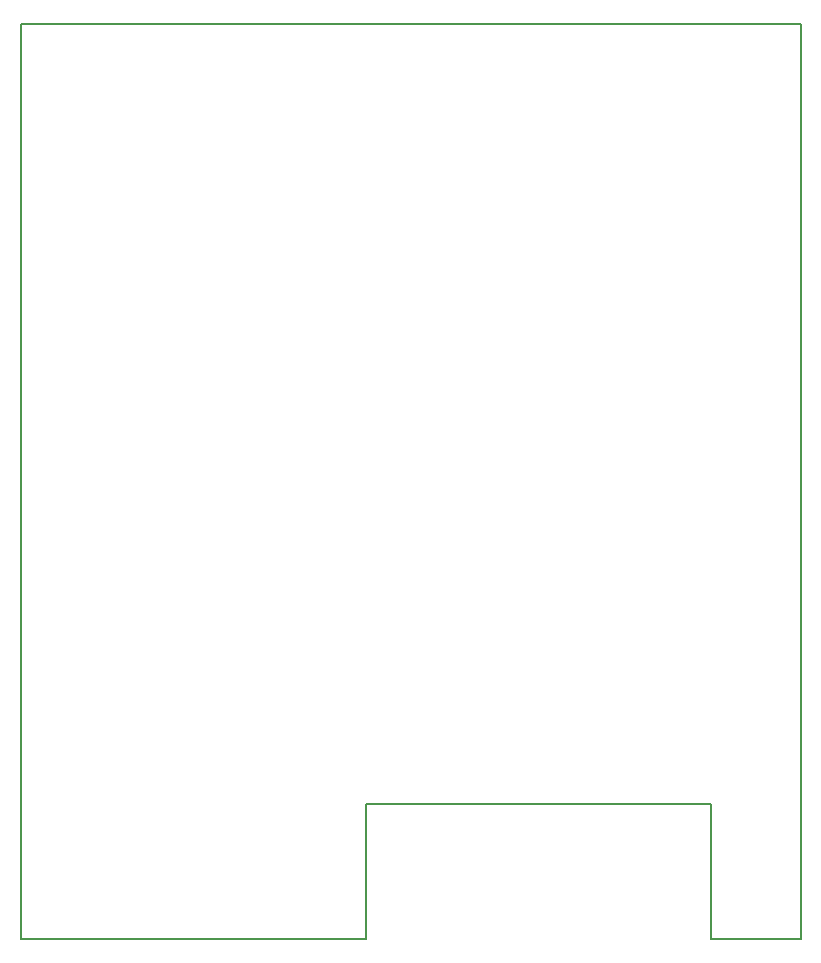
<source format=gbr>
G04 #@! TF.GenerationSoftware,KiCad,Pcbnew,5.0.2+dfsg1-1~bpo9+1*
G04 #@! TF.CreationDate,2019-02-15T21:28:06-06:00*
G04 #@! TF.ProjectId,CommunicationBoard,436f6d6d-756e-4696-9361-74696f6e426f,rev?*
G04 #@! TF.SameCoordinates,Original*
G04 #@! TF.FileFunction,Profile,NP*
%FSLAX46Y46*%
G04 Gerber Fmt 4.6, Leading zero omitted, Abs format (unit mm)*
G04 Created by KiCad (PCBNEW 5.0.2+dfsg1-1~bpo9+1) date vie 15 feb 2019 21:28:06 CST*
%MOMM*%
%LPD*%
G01*
G04 APERTURE LIST*
%ADD10C,0.200000*%
%ADD11C,0.150000*%
G04 APERTURE END LIST*
D10*
X156210000Y-147320000D02*
X148590000Y-147320000D01*
X148590000Y-147320000D02*
X148590000Y-135890000D01*
X148590000Y-135890000D02*
X119380000Y-135890000D01*
X119380000Y-135890000D02*
X119380000Y-147320000D01*
D11*
X90170000Y-69850000D02*
X90170000Y-147320000D01*
X90170000Y-69850000D02*
X156210000Y-69850000D01*
X156210000Y-69850000D02*
X156210000Y-147320000D01*
D10*
X90170000Y-147320000D02*
X119380000Y-147320000D01*
M02*

</source>
